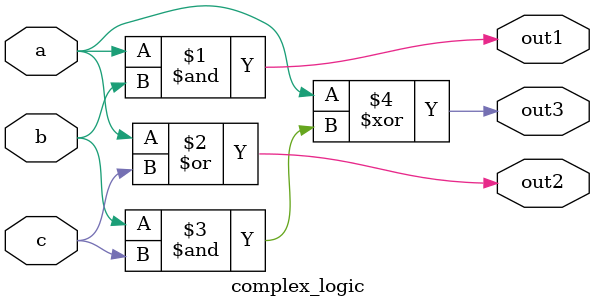
<source format=sv>
module complex_logic (
    input a,
    input b,
    input c,
    output out1,
    output out2,
    output out3
);
    // Test different operations
    assign out1 = a & b;        // AND
    assign out2 = a | c;        // OR
    assign out3 = a ^ (b & c);  // XOR with parentheses
endmodule
</source>
